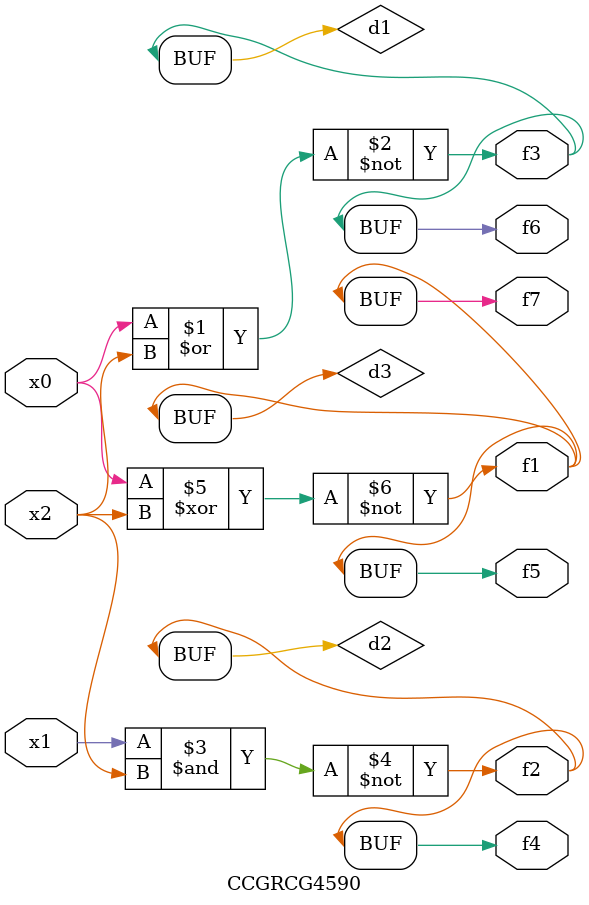
<source format=v>
module CCGRCG4590(
	input x0, x1, x2,
	output f1, f2, f3, f4, f5, f6, f7
);

	wire d1, d2, d3;

	nor (d1, x0, x2);
	nand (d2, x1, x2);
	xnor (d3, x0, x2);
	assign f1 = d3;
	assign f2 = d2;
	assign f3 = d1;
	assign f4 = d2;
	assign f5 = d3;
	assign f6 = d1;
	assign f7 = d3;
endmodule

</source>
